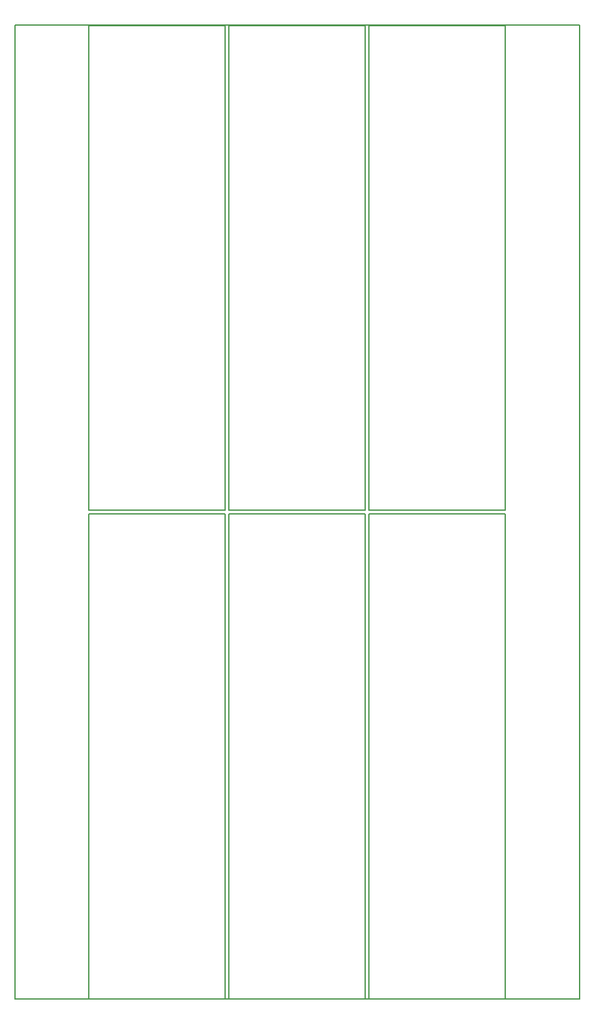
<source format=gko>
G04*
G04 #@! TF.GenerationSoftware,Altium Limited,Altium Designer,18.1.9 (240)*
G04*
G04 Layer_Color=16711935*
%FSAX25Y25*%
%MOIN*%
G70*
G01*
G75*
%ADD43C,0.00787*%
D43*
X0243500Y0617500D02*
X0243500Y0099000D01*
X0243500Y0617500D02*
X0544500D01*
X0544500Y0099000D01*
X0243500D02*
X0544500D01*
X0306908Y0357181D02*
X0355598D01*
Y0099000D02*
Y0357181D01*
X0283000Y0099000D02*
Y0357181D01*
X0306908D01*
X0283000Y0099000D02*
X0355598D01*
X0381475Y0357181D02*
X0430165D01*
Y0099000D02*
Y0357181D01*
X0357567Y0099000D02*
Y0357181D01*
X0381475D01*
X0357567Y0099000D02*
X0430165D01*
X0456042Y0357181D02*
X0504732D01*
Y0099000D02*
Y0357181D01*
X0432134Y0099000D02*
Y0357181D01*
X0456042D01*
X0432134Y0099000D02*
X0504732D01*
X0306908Y0617330D02*
X0355598D01*
Y0359149D02*
Y0617330D01*
X0283000Y0359149D02*
Y0617330D01*
X0306908D01*
X0283000Y0359149D02*
X0355598D01*
X0381475Y0617330D02*
X0430165D01*
Y0359149D02*
Y0617330D01*
X0357567Y0359149D02*
Y0617330D01*
X0381475D01*
X0357567Y0359149D02*
X0430165D01*
X0456042Y0617330D02*
X0504732D01*
Y0359149D02*
Y0617330D01*
X0432134Y0359149D02*
Y0617330D01*
X0456042D01*
X0432134Y0359149D02*
X0504732D01*
M02*

</source>
